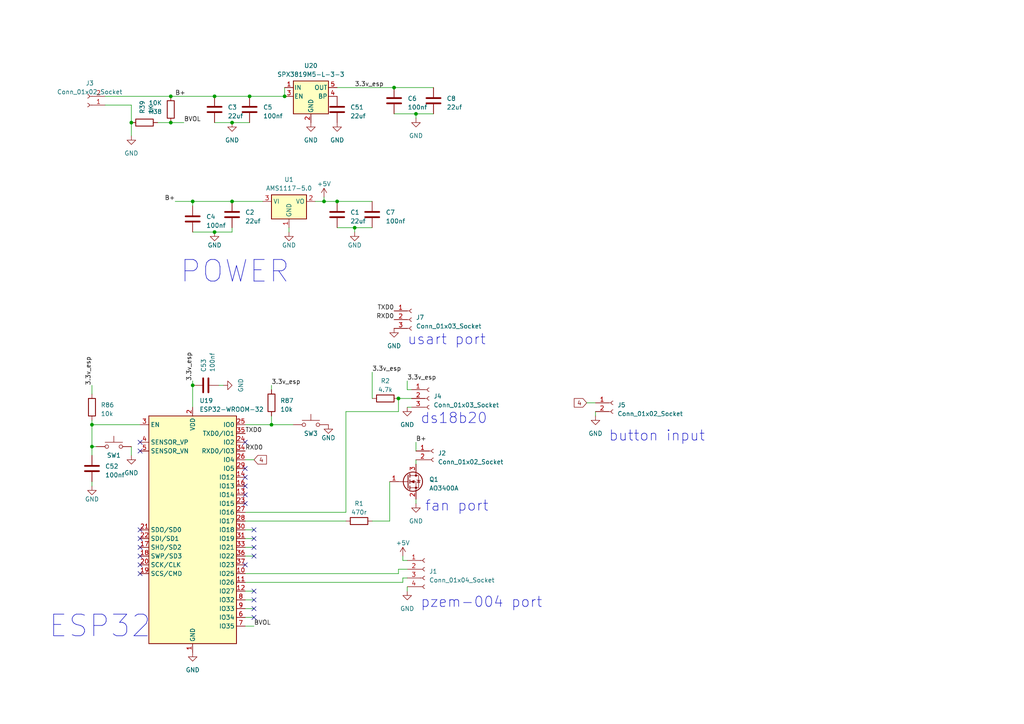
<source format=kicad_sch>
(kicad_sch (version 20230121) (generator eeschema)
  (paper "A4")
  (lib_symbols
    (symbol "Connector:Conn_01x02_Socket" (pin_names (offset 1.016) hide)
      (property "Reference" "J" (at 0 2.54 0))
      (property "Value" "Conn_01x02_Socket" (at 0 -5.08 0))
      (symbol "Conn_01x02_Socket_1_1"
        (arc (start 0 -2.032) (mid -0.5058 -2.54) (end 0 -3.048) (stroke (width 0.1524)))
        (polyline (pts (xy -1.27 -2.54) (xy -0.508 -2.54)) (stroke (width 0.1524)))
        (polyline (pts (xy -1.27 0) (xy -0.508 0)) (stroke (width 0.1524)))
        (arc (start 0 0.508) (mid -0.5058 0) (end 0 -0.508) (stroke (width 0.1524)))
        (pin passive line (at -5.08 0 0) (length 3.81) (name "Pin_1") (number "1"))
        (pin passive line (at -5.08 -2.54 0) (length 3.81) (name "Pin_2") (number "2"))
      )
    )
    (symbol "Connector:Conn_01x03_Socket" (pin_names (offset 1.016) hide)
      (property "Reference" "J" (at 0 5.08 0))
      (property "Value" "Conn_01x03_Socket" (at 0 -5.08 0))
      (symbol "Conn_01x03_Socket_1_1"
        (arc (start 0 -2.032) (mid -0.5058 -2.54) (end 0 -3.048) (stroke (width 0.1524)))
        (polyline (pts (xy -1.27 -2.54) (xy -0.508 -2.54)) (stroke (width 0.1524)))
        (polyline (pts (xy -1.27 0) (xy -0.508 0)) (stroke (width 0.1524)))
        (polyline (pts (xy -1.27 2.54) (xy -0.508 2.54)) (stroke (width 0.1524)))
        (arc (start 0 0.508) (mid -0.5058 0) (end 0 -0.508) (stroke (width 0.1524)))
        (arc (start 0 3.048) (mid -0.5058 2.54) (end 0 2.032) (stroke (width 0.1524)))
        (pin passive line (at -5.08 2.54 0) (length 3.81) (name "Pin_1") (number "1"))
        (pin passive line (at -5.08 0 0) (length 3.81) (name "Pin_2") (number "2"))
        (pin passive line (at -5.08 -2.54 0) (length 3.81) (name "Pin_3") (number "3"))
      )
    )
    (symbol "Connector:Conn_01x04_Socket" (pin_names (offset 1.016) hide)
      (property "Reference" "J" (at 0 5.08 0))
      (property "Value" "Conn_01x04_Socket" (at 0 -7.62 0))
      (symbol "Conn_01x04_Socket_1_1"
        (arc (start 0 -4.572) (mid -0.5058 -5.08) (end 0 -5.588) (stroke (width 0.1524)))
        (arc (start 0 -2.032) (mid -0.5058 -2.54) (end 0 -3.048) (stroke (width 0.1524)))
        (polyline (pts (xy -1.27 -5.08) (xy -0.508 -5.08)) (stroke (width 0.1524)))
        (polyline (pts (xy -1.27 -2.54) (xy -0.508 -2.54)) (stroke (width 0.1524)))
        (polyline (pts (xy -1.27 0) (xy -0.508 0)) (stroke (width 0.1524)))
        (polyline (pts (xy -1.27 2.54) (xy -0.508 2.54)) (stroke (width 0.1524)))
        (arc (start 0 0.508) (mid -0.5058 0) (end 0 -0.508) (stroke (width 0.1524)))
        (arc (start 0 3.048) (mid -0.5058 2.54) (end 0 2.032) (stroke (width 0.1524)))
        (pin passive line (at -5.08 2.54 0) (length 3.81) (name "Pin_1") (number "1"))
        (pin passive line (at -5.08 0 0) (length 3.81) (name "Pin_2") (number "2"))
        (pin passive line (at -5.08 -2.54 0) (length 3.81) (name "Pin_3") (number "3"))
        (pin passive line (at -5.08 -5.08 0) (length 3.81) (name "Pin_4") (number "4"))
      )
    )
    (symbol "Device:C" (pin_numbers hide) (pin_names (offset 0.254))
      (property "Reference" "C" (at 0.635 2.54 0))
      (property "Value" "C" (at 0.635 -2.54 0))
      (symbol "C_0_1"
        (polyline (pts (xy -2.032 -0.762) (xy 2.032 -0.762)) (stroke (width 0.508)))
        (polyline (pts (xy -2.032 0.762) (xy 2.032 0.762)) (stroke (width 0.508)))
      )
      (symbol "C_1_1"
        (pin passive line (at 0 3.81 270) (length 2.794) (name "~") (number "1"))
        (pin passive line (at 0 -3.81 90) (length 2.794) (name "~") (number "2"))
      )
    )
    (symbol "Device:R" (pin_numbers hide) (pin_names (offset 0))
      (property "Reference" "R" (at 2.032 0 90))
      (property "Value" "R" (at 0 0 90))
      (symbol "R_0_1"
        (rectangle (start -1.016 -2.54) (end 1.016 2.54) (stroke (width 0.254)))
      )
      (symbol "R_1_1"
        (pin passive line (at 0 3.81 270) (length 1.27) (name "~") (number "1"))
        (pin passive line (at 0 -3.81 90) (length 1.27) (name "~") (number "2"))
      )
    )
    (symbol "RF_Module:ESP32-WROOM-32"
      (property "Reference" "U" (at -12.7 34.29 0))
      (property "Value" "ESP32-WROOM-32" (at 1.27 34.29 0))
      (symbol "ESP32-WROOM-32_0_1"
        (rectangle (start -12.7 33.02) (end 12.7 -33.02) (stroke (width 0.254)) (fill (type background)))
      )
      (symbol "ESP32-WROOM-32_1_1"
        (pin power_in line (at 0 -35.56 90) (length 2.54) (name "GND") (number "1"))
        (pin bidirectional line (at 15.24 -12.7 180) (length 2.54) (name "IO25") (number "10"))
        (pin bidirectional line (at 15.24 -15.24 180) (length 2.54) (name "IO26") (number "11"))
        (pin bidirectional line (at 15.24 -17.78 180) (length 2.54) (name "IO27") (number "12"))
        (pin bidirectional line (at 15.24 10.16 180) (length 2.54) (name "IO14") (number "13"))
        (pin bidirectional line (at 15.24 15.24 180) (length 2.54) (name "IO12") (number "14"))
        (pin passive line (at 0 -35.56 90) (length 2.54) hide (name "GND") (number "15"))
        (pin bidirectional line (at 15.24 12.7 180) (length 2.54) (name "IO13") (number "16"))
        (pin bidirectional line (at -15.24 -5.08 0) (length 2.54) (name "SHD/SD2") (number "17"))
        (pin bidirectional line (at -15.24 -7.62 0) (length 2.54) (name "SWP/SD3") (number "18"))
        (pin bidirectional line (at -15.24 -12.7 0) (length 2.54) (name "SCS/CMD") (number "19"))
        (pin power_in line (at 0 35.56 270) (length 2.54) (name "VDD") (number "2"))
        (pin bidirectional line (at -15.24 -10.16 0) (length 2.54) (name "SCK/CLK") (number "20"))
        (pin bidirectional line (at -15.24 0 0) (length 2.54) (name "SDO/SD0") (number "21"))
        (pin bidirectional line (at -15.24 -2.54 0) (length 2.54) (name "SDI/SD1") (number "22"))
        (pin bidirectional line (at 15.24 7.62 180) (length 2.54) (name "IO15") (number "23"))
        (pin bidirectional line (at 15.24 25.4 180) (length 2.54) (name "IO2") (number "24"))
        (pin bidirectional line (at 15.24 30.48 180) (length 2.54) (name "IO0") (number "25"))
        (pin bidirectional line (at 15.24 20.32 180) (length 2.54) (name "IO4") (number "26"))
        (pin bidirectional line (at 15.24 5.08 180) (length 2.54) (name "IO16") (number "27"))
        (pin bidirectional line (at 15.24 2.54 180) (length 2.54) (name "IO17") (number "28"))
        (pin bidirectional line (at 15.24 17.78 180) (length 2.54) (name "IO5") (number "29"))
        (pin input line (at -15.24 30.48 0) (length 2.54) (name "EN") (number "3"))
        (pin bidirectional line (at 15.24 0 180) (length 2.54) (name "IO18") (number "30"))
        (pin bidirectional line (at 15.24 -2.54 180) (length 2.54) (name "IO19") (number "31"))
        (pin no_connect line (at -12.7 -27.94 0) (length 2.54) hide (name "NC") (number "32"))
        (pin bidirectional line (at 15.24 -5.08 180) (length 2.54) (name "IO21") (number "33"))
        (pin bidirectional line (at 15.24 22.86 180) (length 2.54) (name "RXD0/IO3") (number "34"))
        (pin bidirectional line (at 15.24 27.94 180) (length 2.54) (name "TXD0/IO1") (number "35"))
        (pin bidirectional line (at 15.24 -7.62 180) (length 2.54) (name "IO22") (number "36"))
        (pin bidirectional line (at 15.24 -10.16 180) (length 2.54) (name "IO23") (number "37"))
        (pin passive line (at 0 -35.56 90) (length 2.54) hide (name "GND") (number "38"))
        (pin passive line (at 0 -35.56 90) (length 2.54) hide (name "GND") (number "39"))
        (pin input line (at -15.24 25.4 0) (length 2.54) (name "SENSOR_VP") (number "4"))
        (pin input line (at -15.24 22.86 0) (length 2.54) (name "SENSOR_VN") (number "5"))
        (pin input line (at 15.24 -25.4 180) (length 2.54) (name "IO34") (number "6"))
        (pin input line (at 15.24 -27.94 180) (length 2.54) (name "IO35") (number "7"))
        (pin bidirectional line (at 15.24 -20.32 180) (length 2.54) (name "IO32") (number "8"))
        (pin bidirectional line (at 15.24 -22.86 180) (length 2.54) (name "IO33") (number "9"))
      )
    )
    (symbol "Regulator_Linear:AMS1117-5.0"
      (property "Reference" "U" (at -3.81 3.175 0))
      (property "Value" "AMS1117-5.0" (at 0 3.175 0))
      (symbol "AMS1117-5.0_0_1"
        (rectangle (start -5.08 -5.08) (end 5.08 1.905) (stroke (width 0.254)) (fill (type background)))
      )
      (symbol "AMS1117-5.0_1_1"
        (pin power_in line (at 0 -7.62 90) (length 2.54) (name "GND") (number "1"))
        (pin power_out line (at 7.62 0 180) (length 2.54) (name "VO") (number "2"))
        (pin power_in line (at -7.62 0 0) (length 2.54) (name "VI") (number "3"))
      )
    )
    (symbol "Regulator_Linear:SPX3819M5-L-3-3" (pin_names (offset 0.254))
      (property "Reference" "U" (at -3.81 5.715 0))
      (property "Value" "SPX3819M5-L-3-3" (at 0 5.715 0))
      (symbol "SPX3819M5-L-3-3_0_1"
        (rectangle (start -5.08 4.445) (end 5.08 -5.08) (stroke (width 0.254)) (fill (type background)))
      )
      (symbol "SPX3819M5-L-3-3_1_1"
        (pin power_in line (at -7.62 2.54 0) (length 2.54) (name "IN") (number "1"))
        (pin power_in line (at 0 -7.62 90) (length 2.54) (name "GND") (number "2"))
        (pin input line (at -7.62 0 0) (length 2.54) (name "EN") (number "3"))
        (pin input line (at 7.62 0 180) (length 2.54) (name "BP") (number "4"))
        (pin power_out line (at 7.62 2.54 180) (length 2.54) (name "OUT") (number "5"))
      )
    )
    (symbol "Switch:SW_Push" (pin_numbers hide) (pin_names (offset 1.016) hide)
      (property "Reference" "SW" (at 1.27 2.54 0))
      (property "Value" "SW_Push" (at 0 -1.524 0))
      (symbol "SW_Push_0_1"
        (circle (center -2.032 0) (radius 0.508))
        (polyline (pts (xy 0 1.27) (xy 0 3.048)))
        (polyline (pts (xy 2.54 1.27) (xy -2.54 1.27)))
        (circle (center 2.032 0) (radius 0.508))
        (pin passive line (at -5.08 0 0) (length 2.54) (name "1") (number "1"))
        (pin passive line (at 5.08 0 180) (length 2.54) (name "2") (number "2"))
      )
    )
    (symbol "Transistor_FET:AO3400A" (pin_names hide)
      (property "Reference" "Q" (at 5.08 1.905 0))
      (property "Value" "AO3400A" (at 5.08 0 0))
      (symbol "AO3400A_0_1"
        (polyline (pts (xy 0.254 0) (xy -2.54 0)))
        (polyline (pts (xy 0.254 1.905) (xy 0.254 -1.905)) (stroke (width 0.254)))
        (polyline (pts (xy 0.762 -1.27) (xy 0.762 -2.286)) (stroke (width 0.254)))
        (polyline (pts (xy 0.762 0.508) (xy 0.762 -0.508)) (stroke (width 0.254)))
        (polyline (pts (xy 0.762 2.286) (xy 0.762 1.27)) (stroke (width 0.254)))
        (polyline (pts (xy 2.54 2.54) (xy 2.54 1.778)))
        (polyline (pts (xy 2.54 -2.54) (xy 2.54 0) (xy 0.762 0)))
        (polyline (pts (xy 0.762 -1.778) (xy 3.302 -1.778) (xy 3.302 1.778) (xy 0.762 1.778)))
        (polyline (pts (xy 1.016 0) (xy 2.032 0.381) (xy 2.032 -0.381) (xy 1.016 0)) (fill (type outline)))
        (polyline (pts (xy 2.794 0.508) (xy 2.921 0.381) (xy 3.683 0.381) (xy 3.81 0.254)))
        (polyline (pts (xy 3.302 0.381) (xy 2.921 -0.254) (xy 3.683 -0.254) (xy 3.302 0.381)))
        (circle (center 1.651 0) (radius 2.794) (stroke (width 0.254)))
        (circle (center 2.54 -1.778) (radius 0.254) (fill (type outline)))
        (circle (center 2.54 1.778) (radius 0.254) (fill (type outline)))
      )
      (symbol "AO3400A_1_1"
        (pin input line (at -5.08 0 0) (length 2.54) (name "G") (number "1"))
        (pin passive line (at 2.54 -5.08 90) (length 2.54) (name "S") (number "2"))
        (pin passive line (at 2.54 5.08 270) (length 2.54) (name "D") (number "3"))
      )
    )
    (symbol "power:+5V" (power) (pin_names (offset 0))
      (property "Value" "+5V" (at 0 3.556 0))
      (symbol "+5V_0_1"
        (polyline (pts (xy -0.762 1.27) (xy 0 2.54)))
        (polyline (pts (xy 0 0) (xy 0 2.54)))
        (polyline (pts (xy 0 2.54) (xy 0.762 1.27)))
      )
      (symbol "+5V_1_1"
        (pin power_in line (at 0 0 90) (length 0) hide (name "+5V") (number "1"))
      )
    )
    (symbol "power:GND" (power) (pin_names (offset 0))
      (property "Value" "GND" (at 0 -3.81 0))
      (symbol "GND_0_1"
        (polyline (pts (xy 0 0) (xy 0 -1.27) (xy 1.27 -1.27) (xy 0 -2.54) (xy -1.27 -1.27) (xy 0 -1.27)))
      )
      (symbol "GND_1_1"
        (pin power_in line (at 0 0 270) (length 0) hide (name "GND") (number "1"))
      )
    )
  )
  (junction (at 67.31 58.42))
  (junction (at 26.67 123.19))
  (junction (at 114.3 25.4))
  (junction (at 67.31 35.56))
  (junction (at 78.74 123.19))
  (junction (at 72.39 27.94))
  (junction (at 55.88 111.76))
  (junction (at 93.98 58.42))
  (junction (at 62.23 27.94))
  (junction (at 120.65 33.02))
  (junction (at 62.23 67.31))
  (junction (at 49.53 27.94))
  (junction (at 115.57 115.57))
  (junction (at 49.53 35.56))
  (junction (at 97.79 58.42))
  (junction (at 82.55 27.94))
  (junction (at 102.87 66.04))
  (junction (at 55.88 58.42))
  (junction (at 38.1 35.56))
  (junction (at 26.67 129.54))
  (no_connect (at 40.64 158.75))
  (no_connect (at 40.64 128.27))
  (no_connect (at 73.66 173.99))
  (no_connect (at 40.64 156.21))
  (no_connect (at 71.12 138.43))
  (no_connect (at 40.64 130.81))
  (no_connect (at 71.12 135.89))
  (no_connect (at 73.66 176.53))
  (no_connect (at 40.64 161.29))
  (no_connect (at 40.64 153.67))
  (no_connect (at 73.66 161.29))
  (no_connect (at 73.66 179.07))
  (no_connect (at 71.12 140.97))
  (no_connect (at 73.66 156.21))
  (no_connect (at 73.66 158.75))
  (no_connect (at 40.64 166.37))
  (no_connect (at 73.66 171.45))
  (no_connect (at 40.64 163.83))
  (no_connect (at 71.12 143.51))
  (no_connect (at 71.12 146.05))
  (no_connect (at 71.12 163.83))
  (no_connect (at 73.66 153.67))
  (no_connect (at 71.12 128.27))
  (wire (pts (xy 53.34 35.56) (xy 49.53 35.56)))
  (wire (pts (xy 73.66 179.07) (xy 71.12 179.07)))
  (wire (pts (xy 49.53 27.94) (xy 62.23 27.94)))
  (wire (pts (xy 49.53 35.56) (xy 45.72 35.56)))
  (wire (pts (xy 26.67 140.97) (xy 26.67 139.7)))
  (wire (pts (xy 72.39 27.94) (xy 82.55 27.94)))
  (wire (pts (xy 100.33 119.38) (xy 115.57 119.38)))
  (wire (pts (xy 73.66 173.99) (xy 71.12 173.99)))
  (wire (pts (xy 38.1 35.56) (xy 38.1 30.48)))
  (wire (pts (xy 114.3 25.4) (xy 125.73 25.4)))
  (wire (pts (xy 73.66 176.53) (xy 71.12 176.53)))
  (wire (pts (xy 118.11 171.45) (xy 118.11 170.18)))
  (wire (pts (xy 91.44 58.42) (xy 93.98 58.42)))
  (wire (pts (xy 50.8 58.42) (xy 55.88 58.42)))
  (wire (pts (xy 115.57 165.1) (xy 115.57 166.37)))
  (wire (pts (xy 55.88 110.49) (xy 55.88 111.76)))
  (wire (pts (xy 71.12 123.19) (xy 78.74 123.19)))
  (wire (pts (xy 67.31 35.56) (xy 72.39 35.56)))
  (wire (pts (xy 120.65 128.27) (xy 120.65 130.81)))
  (wire (pts (xy 55.88 111.76) (xy 55.88 118.11)))
  (wire (pts (xy 62.23 27.94) (xy 72.39 27.94)))
  (wire (pts (xy 73.66 156.21) (xy 71.12 156.21)))
  (wire (pts (xy 100.33 151.13) (xy 71.12 151.13)))
  (wire (pts (xy 116.84 167.64) (xy 118.11 167.64)))
  (wire (pts (xy 73.66 171.45) (xy 71.12 171.45)))
  (wire (pts (xy 78.74 120.65) (xy 78.74 123.19)))
  (wire (pts (xy 63.5 111.76) (xy 64.77 111.76)))
  (wire (pts (xy 120.65 146.05) (xy 120.65 144.78)))
  (wire (pts (xy 26.67 114.3) (xy 26.67 111.76)))
  (wire (pts (xy 73.66 181.61) (xy 71.12 181.61)))
  (wire (pts (xy 26.67 123.19) (xy 26.67 129.54)))
  (wire (pts (xy 97.79 25.4) (xy 114.3 25.4)))
  (wire (pts (xy 116.84 162.56) (xy 118.11 162.56)))
  (wire (pts (xy 73.66 158.75) (xy 71.12 158.75)))
  (wire (pts (xy 119.38 113.03) (xy 118.11 113.03)))
  (wire (pts (xy 38.1 39.37) (xy 38.1 35.56)))
  (wire (pts (xy 116.84 168.91) (xy 71.12 168.91)))
  (wire (pts (xy 114.3 33.02) (xy 120.65 33.02)))
  (wire (pts (xy 120.65 133.35) (xy 120.65 134.62)))
  (wire (pts (xy 38.1 30.48) (xy 30.48 30.48)))
  (wire (pts (xy 93.98 58.42) (xy 97.79 58.42)))
  (wire (pts (xy 55.88 67.31) (xy 62.23 67.31)))
  (wire (pts (xy 107.95 151.13) (xy 113.03 151.13)))
  (wire (pts (xy 120.65 33.02) (xy 120.65 34.29)))
  (wire (pts (xy 170.18 116.84) (xy 172.72 116.84)))
  (wire (pts (xy 26.67 121.92) (xy 26.67 123.19)))
  (wire (pts (xy 97.79 58.42) (xy 107.95 58.42)))
  (wire (pts (xy 120.65 33.02) (xy 125.73 33.02)))
  (wire (pts (xy 116.84 161.29) (xy 116.84 162.56)))
  (wire (pts (xy 85.09 123.19) (xy 78.74 123.19)))
  (wire (pts (xy 30.48 27.94) (xy 49.53 27.94)))
  (wire (pts (xy 172.72 119.38) (xy 172.72 120.65)))
  (wire (pts (xy 83.82 67.31) (xy 83.82 66.04)))
  (wire (pts (xy 115.57 115.57) (xy 119.38 115.57)))
  (wire (pts (xy 97.79 66.04) (xy 102.87 66.04)))
  (wire (pts (xy 26.67 129.54) (xy 26.67 132.08)))
  (wire (pts (xy 62.23 67.31) (xy 67.31 67.31)))
  (wire (pts (xy 67.31 58.42) (xy 76.2 58.42)))
  (wire (pts (xy 38.1 132.08) (xy 38.1 129.54)))
  (wire (pts (xy 107.95 107.95) (xy 107.95 115.57)))
  (wire (pts (xy 115.57 115.57) (xy 115.57 119.38)))
  (wire (pts (xy 73.66 161.29) (xy 71.12 161.29)))
  (wire (pts (xy 102.87 66.04) (xy 107.95 66.04)))
  (wire (pts (xy 67.31 67.31) (xy 67.31 66.04)))
  (wire (pts (xy 62.23 35.56) (xy 67.31 35.56)))
  (wire (pts (xy 115.57 166.37) (xy 71.12 166.37)))
  (wire (pts (xy 93.98 58.42) (xy 93.98 57.15)))
  (wire (pts (xy 55.88 58.42) (xy 67.31 58.42)))
  (wire (pts (xy 40.64 123.19) (xy 26.67 123.19)))
  (wire (pts (xy 27.94 129.54) (xy 26.67 129.54)))
  (wire (pts (xy 73.66 153.67) (xy 71.12 153.67)))
  (wire (pts (xy 118.11 118.11) (xy 119.38 118.11)))
  (wire (pts (xy 55.88 59.69) (xy 55.88 58.42)))
  (wire (pts (xy 71.12 148.59) (xy 100.33 148.59)))
  (wire (pts (xy 78.74 111.76) (xy 78.74 113.03)))
  (wire (pts (xy 100.33 148.59) (xy 100.33 119.38)))
  (wire (pts (xy 116.84 167.64) (xy 116.84 168.91)))
  (wire (pts (xy 82.55 25.4) (xy 82.55 27.94)))
  (wire (pts (xy 113.03 151.13) (xy 113.03 139.7)))
  (wire (pts (xy 118.11 113.03) (xy 118.11 110.49)))
  (wire (pts (xy 115.57 165.1) (xy 118.11 165.1)))
  (wire (pts (xy 73.66 133.35) (xy 71.12 133.35)))
  (wire (pts (xy 102.87 67.31) (xy 102.87 66.04)))
  (text "ESP32" (at 13.97 185.42 0) (effects (font (size 6.27 6.27)) (justify left bottom)))
  (text "ds18b20\n" (at 121.92 123.19 0) (effects (font (size 3 3)) (justify left bottom)))
  (text "usart port" (at 118.11 100.33 0) (effects (font (size 3 3)) (justify left bottom)))
  (text "button input\n" (at 176.53 128.27 0) (effects (font (size 3 3)) (justify left bottom)))
  (text "fan port\n" (at 123.19 148.59 0) (effects (font (size 3 3)) (justify left bottom)))
  (text "POWER\n" (at 52.07 82.55 0) (effects (font (size 6.27 6.27)) (justify left bottom)))
  (text "pzem-004 port" (at 121.92 176.53 0) (effects (font (size 3 3)) (justify left bottom)))
  (label "RXD0" (at 71.12 130.81 0))
  (label "TXD0" (at 114.3 90.17 180))
  (label "RXD0" (at 114.3 92.71 180))
  (label "B+" (at 50.8 58.42 180))
  (label "3.3v_esp" (at 26.67 111.76 90))
  (label "BVOL" (at 53.34 35.56 0))
  (label "B+" (at 50.8 27.94 0))
  (label "3.3v_esp" (at 107.95 107.95 0))
  (label "BVOL" (at 73.66 181.61 0))
  (label "B+" (at 120.65 128.27 0))
  (label "3.3v_esp" (at 55.88 110.49 90))
  (label "3.3v_esp" (at 118.11 110.49 0))
  (label "3.3v_esp" (at 102.87 25.4 0))
  (label "TXD0" (at 71.12 125.73 0))
  (label "3.3v_esp" (at 78.74 111.76 0))
  (global_label "4" (shape input) (at 170.18 116.84 180) (property "Intersheetrefs" "${INTERSHEET_REFS}" (effects hide)))
  (global_label "4" (shape input) (at 73.66 133.35 0) (property "Intersheetrefs" "${INTERSHEET_REFS}" (effects hide)))
  (symbol (lib_id "Device:C") (at 67.31 62.23 180) (unit 1)
    (property "Reference" "C2" (at 71.12 61.595 0) (effects (justify right)))
    (property "Value" "22uf" (at 71.12 64.135 0) (effects (justify right)))
    (property "Footprint" "Capacitor_SMD:C_0603_1608Metric" (effects hide))
  )
  (symbol (lib_id "power:GND") (at 102.87 67.31 0) (unit 1)
    (property "Reference" "#PWR02" (effects hide))
    (property "Value" "GND" (at 102.87 71.12 0))
  )
  (symbol (lib_id "Device:C") (at 125.73 29.21 180) (unit 1)
    (property "Reference" "C8" (at 129.54 28.575 0) (effects (justify right)))
    (property "Value" "22uf" (at 129.54 31.115 0) (effects (justify right)))
    (property "Footprint" "Capacitor_SMD:C_0603_1608Metric" (effects hide))
  )
  (symbol (lib_id "Device:C") (at 55.88 63.5 180) (unit 1)
    (property "Reference" "C4" (at 59.803 62.865 0) (effects (justify right)))
    (property "Value" "100nf" (at 59.803 65.405 0) (effects (justify right)))
    (property "Footprint" "Capacitor_SMD:C_0603_1608Metric" (effects hide))
  )
  (symbol (lib_id "Device:C") (at 72.39 31.75 180) (unit 1)
    (property "Reference" "C5" (at 76.313 31.115 0) (effects (justify right)))
    (property "Value" "100nf" (at 76.313 33.655 0) (effects (justify right)))
    (property "Footprint" "Capacitor_SMD:C_0603_1608Metric" (effects hide))
  )
  (symbol (lib_id "Device:C") (at 107.95 62.23 180) (unit 1)
    (property "Reference" "C7" (at 111.873 61.595 0) (effects (justify right)))
    (property "Value" "100nf" (at 111.873 64.135 0) (effects (justify right)))
    (property "Footprint" "Capacitor_SMD:C_0603_1608Metric" (effects hide))
  )
  (symbol (lib_id "Device:R") (at 41.91 35.56 90) (unit 1)
    (property "Reference" "R39" (at 41.275 33.02 0) (effects (justify left)))
    (property "Value" "1K" (at 43.815 33.02 0) (effects (justify left)))
    (property "Footprint" "Resistor_SMD:R_0603_1608Metric" (effects hide))
  )
  (symbol (lib_id "power:GND") (at 55.88 189.23 0) (unit 1)
    (property "Reference" "#PWR088" (effects hide))
    (property "Value" "GND" (at 55.88 194.31 0))
  )
  (symbol (lib_id "power:GND") (at 118.11 171.45 0) (unit 1)
    (property "Reference" "#PWR05" (effects hide))
    (property "Value" "GND" (at 118.11 176.53 0))
  )
  (symbol (lib_id "power:GND") (at 26.67 140.97 0) (unit 1)
    (property "Reference" "#PWR091" (effects hide))
    (property "Value" "GND" (at 26.67 144.78 0))
  )
  (symbol (lib_id "Connector:Conn_01x02_Socket") (at 125.73 130.81 0) (unit 1)
    (property "Reference" "J2" (at 127 131.445 0) (effects (justify left)))
    (property "Value" "Conn_01x02_Socket" (at 127 133.985 0) (effects (justify left)))
    (property "Footprint" "Connector_JST:JST_XA_B02B-XASK-1_1x02_P2.50mm_Vertical" (effects hide))
  )
  (symbol (lib_id "Device:C") (at 26.67 135.89 0) (unit 1)
    (property "Reference" "C52" (at 30.48 135.255 0) (effects (justify left)))
    (property "Value" "100nf" (at 30.48 137.795 0) (effects (justify left)))
    (property "Footprint" "Capacitor_SMD:C_0603_1608Metric" (effects hide))
  )
  (symbol (lib_id "power:+5V") (at 93.98 57.15 0) (unit 1)
    (property "Reference" "#PWR061" (effects hide))
    (property "Value" "+5V" (at 93.98 53.34 0))
  )
  (symbol (lib_id "power:GND") (at 38.1 39.37 0) (unit 1)
    (property "Reference" "#PWR072" (effects hide))
    (property "Value" "GND" (at 38.1 44.45 0))
  )
  (symbol (lib_id "power:GND") (at 67.31 35.56 0) (unit 1)
    (property "Reference" "#PWR04" (effects hide))
    (property "Value" "GND" (at 67.31 40.64 0))
  )
  (symbol (lib_id "power:GND") (at 120.65 146.05 0) (unit 1)
    (property "Reference" "#PWR07" (effects hide))
    (property "Value" "GND" (at 120.65 151.13 0))
  )
  (symbol (lib_id "power:GND") (at 62.23 67.31 0) (unit 1)
    (property "Reference" "#PWR01" (effects hide))
    (property "Value" "GND" (at 62.23 71.12 0))
  )
  (symbol (lib_id "Switch:SW_Push") (at 90.17 123.19 0) (unit 1)
    (property "Reference" "SW3" (at 90.17 125.73 0))
    (property "Value" "TS-1101-B-W" (effects hide))
    (property "Footprint" "footprints:Switch_Tactile_XKB-CONNECTIVITY_TS-1101-B-W" (effects hide))
    (property "Datasheet" "https://datasheet.lcsc.com/lcsc/2110111230_XKB-Connectivity-TS-1101-B-W_C500065.pdf" (effects hide))
    (property "MPN" "TS-1101-B-W" (effects hide))
    (property "LCSC PN" "C500065" (effects hide))
  )
  (symbol (lib_id "Device:R") (at 26.67 118.11 0) (unit 1)
    (property "Reference" "R86" (at 29.21 117.475 0) (effects (justify left)))
    (property "Value" "10k" (at 29.21 120.015 0) (effects (justify left)))
    (property "Footprint" "Resistor_SMD:R_0603_1608Metric" (effects hide))
  )
  (symbol (lib_id "power:GND") (at 90.17 35.56 0) (unit 1)
    (property "Reference" "#PWR089" (effects hide))
    (property "Value" "GND" (at 90.17 40.64 0))
  )
  (symbol (lib_id "Device:R") (at 111.76 115.57 90) (unit 1)
    (property "Reference" "R2" (at 111.76 110.49 90))
    (property "Value" "4.7k" (at 111.76 113.03 90))
    (property "Footprint" "Resistor_SMD:R_0603_1608Metric" (effects hide))
  )
  (symbol (lib_id "Connector:Conn_01x02_Socket") (at 177.8 116.84 0) (unit 1)
    (property "Reference" "J5" (at 179.07 117.475 0) (effects (justify left)))
    (property "Value" "Conn_01x02_Socket" (at 179.07 120.015 0) (effects (justify left)))
    (property "Footprint" "Connector_JST:JST_XA_B02B-XASK-1_1x02_P2.50mm_Vertical" (effects hide))
  )
  (symbol (lib_id "Device:C") (at 97.79 31.75 180) (unit 1)
    (property "Reference" "C51" (at 101.6 31.115 0) (effects (justify right)))
    (property "Value" "22uf" (at 101.6 33.655 0) (effects (justify right)))
    (property "Footprint" "Capacitor_SMD:C_0603_1608Metric" (effects hide))
  )
  (symbol (lib_id "power:GND") (at 95.25 123.19 0) (unit 1)
    (property "Reference" "#PWR093" (effects hide))
    (property "Value" "GND" (at 95.25 127 0))
  )
  (symbol (lib_id "power:GND") (at 97.79 35.56 0) (unit 1)
    (property "Reference" "#PWR090" (effects hide))
    (property "Value" "GND" (at 97.79 40.64 0))
  )
  (symbol (lib_id "Device:C") (at 114.3 29.21 180) (unit 1)
    (property "Reference" "C6" (at 118.223 28.575 0) (effects (justify right)))
    (property "Value" "100nf" (at 118.223 31.115 0) (effects (justify right)))
    (property "Footprint" "Capacitor_SMD:C_0603_1608Metric" (effects hide))
  )
  (symbol (lib_id "Connector:Conn_01x03_Socket") (at 119.38 92.71 0) (unit 1)
    (property "Reference" "J7" (at 120.65 92.075 0) (effects (justify left)))
    (property "Value" "Conn_01x03_Socket" (at 120.65 94.615 0) (effects (justify left)))
    (property "Footprint" "Connector_JST:JST_XA_B03B-XASK-1_1x03_P2.50mm_Vertical" (effects hide))
  )
  (symbol (lib_id "power:+5V") (at 116.84 161.29 0) (unit 1)
    (property "Reference" "#PWR06" (effects hide))
    (property "Value" "+5V" (at 116.84 157.48 0))
  )
  (symbol (lib_id "power:GND") (at 172.72 120.65 0) (unit 1)
    (property "Reference" "#PWR09" (effects hide))
    (property "Value" "GND" (at 172.72 125.73 0))
  )
  (symbol (lib_id "power:GND") (at 118.11 118.11 0) (unit 1)
    (property "Reference" "#PWR08" (effects hide))
    (property "Value" "GND" (at 118.11 123.19 0))
  )
  (symbol (lib_id "RF_Module:ESP32-WROOM-32") (at 55.88 153.67 0) (unit 1)
    (property "Reference" "U19" (at 57.8359 116.205 0) (effects (justify left)))
    (property "Value" "ESP32-WROOM-32" (at 57.8359 118.745 0) (effects (justify left)))
    (property "Footprint" "RF_Module:ESP32-WROOM-32" (effects hide))
    (property "Datasheet" "https://www.espressif.com/sites/default/files/documentation/esp32-wroom-32_datasheet_en.pdf" (effects hide))
  )
  (symbol (lib_id "Device:R") (at 78.74 116.84 0) (unit 1)
    (property "Reference" "R87" (at 81.28 116.205 0) (effects (justify left)))
    (property "Value" "10k" (at 81.28 118.745 0) (effects (justify left)))
    (property "Footprint" "Resistor_SMD:R_0603_1608Metric" (effects hide))
  )
  (symbol (lib_id "Device:R") (at 49.53 31.75 180) (unit 1)
    (property "Reference" "R38" (at 46.99 32.385 0) (effects (justify left)))
    (property "Value" "10K" (at 46.99 29.845 0) (effects (justify left)))
    (property "Footprint" "Resistor_SMD:R_0603_1608Metric" (effects hide))
  )
  (symbol (lib_id "Switch:SW_Push") (at 33.02 129.54 0) (unit 1)
    (property "Reference" "SW1" (at 33.02 132.08 0))
    (property "Value" "TS-1101-B-W" (effects hide))
    (property "Footprint" "footprints:Switch_Tactile_XKB-CONNECTIVITY_TS-1101-B-W" (effects hide))
    (property "Datasheet" "https://datasheet.lcsc.com/lcsc/2110111230_XKB-Connectivity-TS-1101-B-W_C500065.pdf" (effects hide))
    (property "MPN" "TS-1101-B-W" (effects hide))
    (property "LCSC PN" "C500065" (effects hide))
  )
  (symbol (lib_id "power:GND") (at 114.3 95.25 0) (unit 1)
    (property "Reference" "#PWR092" (effects hide))
    (property "Value" "GND" (at 114.3 100.33 0))
  )
  (symbol (lib_id "power:GND") (at 38.1 132.08 0) (unit 1)
    (property "Reference" "#PWR094" (effects hide))
    (property "Value" "GND" (at 38.1 137.16 0))
  )
  (symbol (lib_id "power:GND") (at 64.77 111.76 90) (unit 1)
    (property "Reference" "#PWR095" (effects hide))
    (property "Value" "GND" (at 69.85 111.76 0))
  )
  (symbol (lib_id "power:GND") (at 83.82 67.31 0) (unit 1)
    (property "Reference" "#PWR010" (effects hide))
    (property "Value" "GND" (at 83.82 71.12 0))
  )
  (symbol (lib_id "Regulator_Linear:AMS1117-5.0") (at 83.82 58.42 0) (unit 1)
    (property "Reference" "U1" (at 83.82 52.07 0))
    (property "Value" "AMS1117-5.0" (at 83.82 54.61 0))
    (property "Footprint" "Package_TO_SOT_SMD:SOT-223-3_TabPin2" (effects hide))
    (property "Datasheet" "http://www.advanced-monolithic.com/pdf/ds1117.pdf" (effects hide))
  )
  (symbol (lib_id "Regulator_Linear:SPX3819M5-L-3-3") (at 90.17 27.94 0) (unit 1)
    (property "Reference" "U20" (at 90.17 19.05 0))
    (property "Value" "SPX3819M5-L-3-3" (at 90.17 21.59 0))
    (property "Footprint" "Package_TO_SOT_SMD:SOT-23-5" (effects hide))
    (property "Datasheet" "https://www.exar.com/content/document.ashx?id=22106&languageid=1033&type=Datasheet&partnumber=SPX3819&filename=SPX3819.pdf&part=SPX3819" (effects hide))
  )
  (symbol (lib_id "Device:C") (at 97.79 62.23 180) (unit 1)
    (property "Reference" "C1" (at 101.6 61.595 0) (effects (justify right)))
    (property "Value" "22uf" (at 101.6 64.135 0) (effects (justify right)))
    (property "Footprint" "Capacitor_SMD:C_0603_1608Metric" (effects hide))
  )
  (symbol (lib_id "power:GND") (at 120.65 34.29 0) (unit 1)
    (property "Reference" "#PWR03" (effects hide))
    (property "Value" "GND" (at 120.65 39.37 0))
  )
  (symbol (lib_id "Connector:Conn_01x04_Socket") (at 123.19 165.1 0) (unit 1)
    (property "Reference" "J1" (at 124.46 165.735 0) (effects (justify left)))
    (property "Value" "Conn_01x04_Socket" (at 124.46 168.275 0) (effects (justify left)))
    (property "Footprint" "Connector_JST:JST_XA_B04B-XASK-1_1x04_P2.50mm_Vertical" (effects hide))
  )
  (symbol (lib_id "Connector:Conn_01x03_Socket") (at 124.46 115.57 0) (unit 1)
    (property "Reference" "J4" (at 125.73 114.935 0) (effects (justify left)))
    (property "Value" "Conn_01x03_Socket" (at 125.73 117.475 0) (effects (justify left)))
    (property "Footprint" "Connector_JST:JST_XA_B03B-XASK-1_1x03_P2.50mm_Vertical" (effects hide))
  )
  (symbol (lib_id "Transistor_FET:AO3400A") (at 118.11 139.7 0) (unit 1)
    (property "Reference" "Q1" (at 124.46 139.065 0) (effects (justify left)))
    (property "Value" "AO3400A" (at 124.46 141.605 0) (effects (justify left)))
    (property "Footprint" "Package_TO_SOT_SMD:SOT-23" (effects hide))
    (property "Datasheet" "http://www.aosmd.com/pdfs/datasheet/AO3400A.pdf" (effects hide))
  )
  (symbol (lib_id "Device:R") (at 104.14 151.13 90) (unit 1)
    (property "Reference" "R1" (at 104.14 146.05 90))
    (property "Value" "470r" (at 104.14 148.59 90))
    (property "Footprint" "Resistor_SMD:R_0603_1608Metric" (effects hide))
  )
  (symbol (lib_id "Device:C") (at 59.69 111.76 90) (unit 1)
    (property "Reference" "C53" (at 59.055 107.95 0) (effects (justify left)))
    (property "Value" "100nf" (at 61.595 107.95 0) (effects (justify left)))
    (property "Footprint" "Capacitor_SMD:C_0603_1608Metric" (effects hide))
  )
  (symbol (lib_id "Device:C") (at 62.23 31.75 180) (unit 1)
    (property "Reference" "C3" (at 66.04 31.115 0) (effects (justify right)))
    (property "Value" "22uf" (at 66.04 33.655 0) (effects (justify right)))
    (property "Footprint" "Capacitor_SMD:C_0603_1608Metric" (effects hide))
  )
  (symbol (lib_id "Connector:Conn_01x02_Socket") (at 25.4 30.48 180) (unit 1)
    (property "Reference" "J3" (at 26.035 24.13 0))
    (property "Value" "Conn_01x02_Socket" (at 26.035 26.67 0))
    (property "Footprint" "Connector_JST:JST_XA_B02B-XASK-1_1x02_P2.50mm_Vertical" (effects hide))
  )
)
</source>
